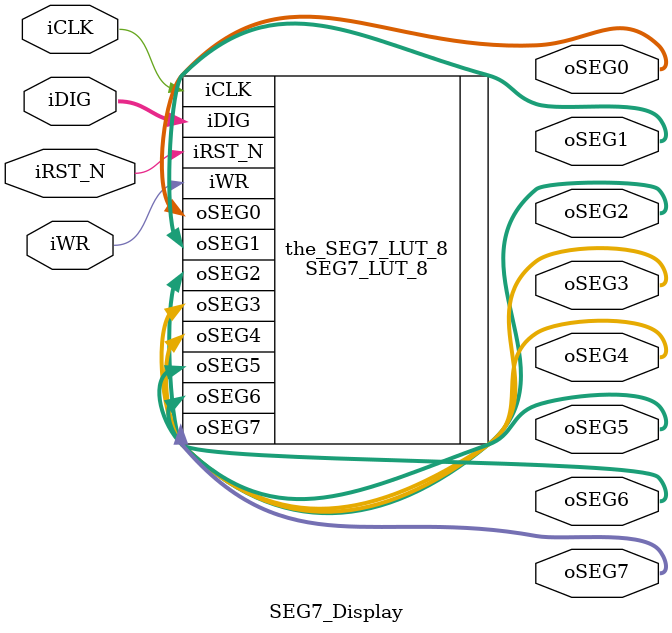
<source format=v>

`timescale 1ns / 100ps
// synthesis translate_on
module SEG7_Display (
                      // inputs:
                       iCLK,
                       iDIG,
                       iRST_N,
                       iWR,

                      // outputs:
                       oSEG0,
                       oSEG1,
                       oSEG2,
                       oSEG3,
                       oSEG4,
                       oSEG5,
                       oSEG6,
                       oSEG7
                    );

  output  [  6: 0] oSEG0;
  output  [  6: 0] oSEG1;
  output  [  6: 0] oSEG2;
  output  [  6: 0] oSEG3;
  output  [  6: 0] oSEG4;
  output  [  6: 0] oSEG5;
  output  [  6: 0] oSEG6;
  output  [  6: 0] oSEG7;
  input            iCLK;
  input   [ 31: 0] iDIG;
  input            iRST_N;
  input            iWR;

  wire    [  6: 0] oSEG0;
  wire    [  6: 0] oSEG1;
  wire    [  6: 0] oSEG2;
  wire    [  6: 0] oSEG3;
  wire    [  6: 0] oSEG4;
  wire    [  6: 0] oSEG5;
  wire    [  6: 0] oSEG6;
  wire    [  6: 0] oSEG7;
  SEG7_LUT_8 the_SEG7_LUT_8
    (
      .iCLK   (iCLK),
      .iDIG   (iDIG),
      .iRST_N (iRST_N),
      .iWR    (iWR),
      .oSEG0  (oSEG0),
      .oSEG1  (oSEG1),
      .oSEG2  (oSEG2),
      .oSEG3  (oSEG3),
      .oSEG4  (oSEG4),
      .oSEG5  (oSEG5),
      .oSEG6  (oSEG6),
      .oSEG7  (oSEG7)
    );



endmodule


</source>
